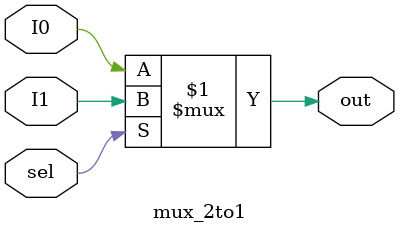
<source format=v>
`timescale 1ns / 1ps


module mux_2to1( input I0, input I1, input sel, output out);
assign out = sel ? I1 : I0;
endmodule

</source>
